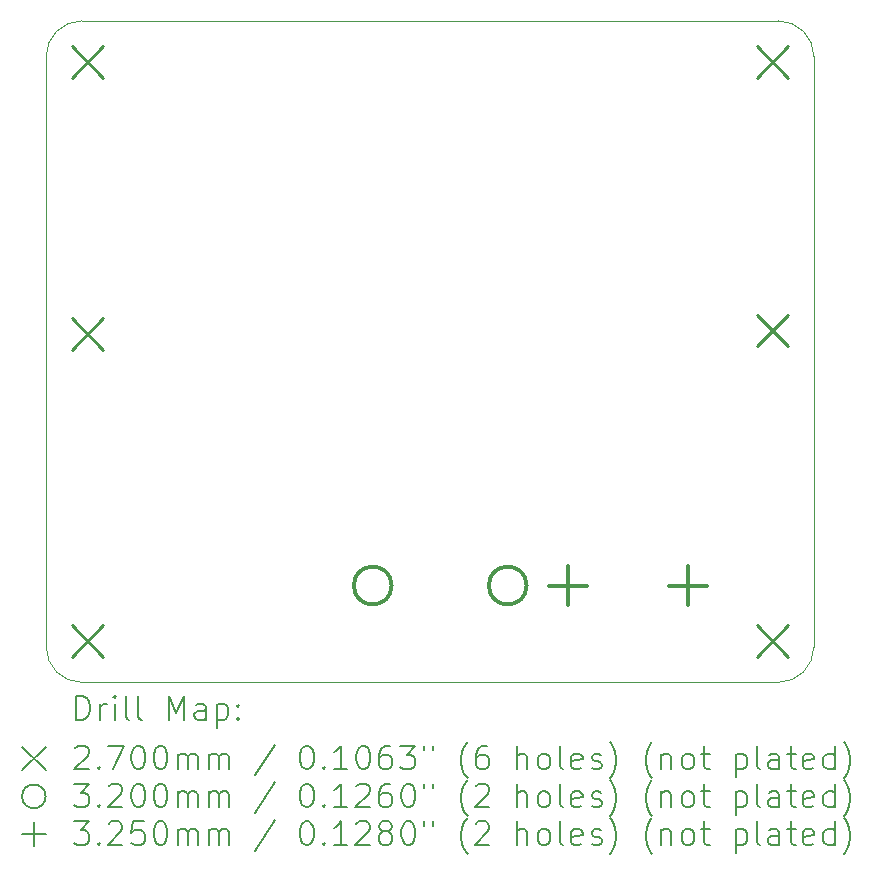
<source format=gbr>
%TF.GenerationSoftware,KiCad,Pcbnew,9.0.1*%
%TF.CreationDate,2025-06-21T16:03:46-05:00*%
%TF.ProjectId,rpi 1,72706920-312e-46b6-9963-61645f706362,rev?*%
%TF.SameCoordinates,Original*%
%TF.FileFunction,Drillmap*%
%TF.FilePolarity,Positive*%
%FSLAX45Y45*%
G04 Gerber Fmt 4.5, Leading zero omitted, Abs format (unit mm)*
G04 Created by KiCad (PCBNEW 9.0.1) date 2025-06-21 16:03:46*
%MOMM*%
%LPD*%
G01*
G04 APERTURE LIST*
%ADD10C,0.100000*%
%ADD11C,0.200000*%
%ADD12C,0.270000*%
%ADD13C,0.320000*%
%ADD14C,0.325000*%
G04 APERTURE END LIST*
D10*
X16200000Y-4400000D02*
G75*
G02*
X16500000Y-4700000I0J-300000D01*
G01*
X16500000Y-9700000D02*
X16500000Y-4700000D01*
X10300000Y-10000000D02*
G75*
G02*
X10000000Y-9700000I0J300000D01*
G01*
X10300000Y-10000000D02*
X16200000Y-10000000D01*
X16500000Y-9700000D02*
G75*
G02*
X16200000Y-10000000I-300000J0D01*
G01*
X10000000Y-4700000D02*
G75*
G02*
X10300000Y-4400000I300000J0D01*
G01*
X10000000Y-4700000D02*
X10000000Y-9700000D01*
X16200000Y-4400000D02*
X10300000Y-4400000D01*
D11*
D12*
X10215000Y-4615000D02*
X10485000Y-4885000D01*
X10485000Y-4615000D02*
X10215000Y-4885000D01*
X10215000Y-6917000D02*
X10485000Y-7187000D01*
X10485000Y-6917000D02*
X10215000Y-7187000D01*
X10215000Y-9515000D02*
X10485000Y-9785000D01*
X10485000Y-9515000D02*
X10215000Y-9785000D01*
X16015000Y-4615000D02*
X16285000Y-4885000D01*
X16285000Y-4615000D02*
X16015000Y-4885000D01*
X16015000Y-6886000D02*
X16285000Y-7156000D01*
X16285000Y-6886000D02*
X16015000Y-7156000D01*
X16015000Y-9515000D02*
X16285000Y-9785000D01*
X16285000Y-9515000D02*
X16015000Y-9785000D01*
D13*
X12924750Y-9180000D02*
G75*
G02*
X12604750Y-9180000I-160000J0D01*
G01*
X12604750Y-9180000D02*
G75*
G02*
X12924750Y-9180000I160000J0D01*
G01*
X14067750Y-9180000D02*
G75*
G02*
X13747750Y-9180000I-160000J0D01*
G01*
X13747750Y-9180000D02*
G75*
G02*
X14067750Y-9180000I160000J0D01*
G01*
D14*
X14420000Y-9017500D02*
X14420000Y-9342500D01*
X14257500Y-9180000D02*
X14582500Y-9180000D01*
X15436000Y-9017500D02*
X15436000Y-9342500D01*
X15273500Y-9180000D02*
X15598500Y-9180000D01*
D11*
X10255777Y-10316484D02*
X10255777Y-10116484D01*
X10255777Y-10116484D02*
X10303396Y-10116484D01*
X10303396Y-10116484D02*
X10331967Y-10126008D01*
X10331967Y-10126008D02*
X10351015Y-10145055D01*
X10351015Y-10145055D02*
X10360539Y-10164103D01*
X10360539Y-10164103D02*
X10370063Y-10202198D01*
X10370063Y-10202198D02*
X10370063Y-10230770D01*
X10370063Y-10230770D02*
X10360539Y-10268865D01*
X10360539Y-10268865D02*
X10351015Y-10287912D01*
X10351015Y-10287912D02*
X10331967Y-10306960D01*
X10331967Y-10306960D02*
X10303396Y-10316484D01*
X10303396Y-10316484D02*
X10255777Y-10316484D01*
X10455777Y-10316484D02*
X10455777Y-10183150D01*
X10455777Y-10221246D02*
X10465301Y-10202198D01*
X10465301Y-10202198D02*
X10474824Y-10192674D01*
X10474824Y-10192674D02*
X10493872Y-10183150D01*
X10493872Y-10183150D02*
X10512920Y-10183150D01*
X10579586Y-10316484D02*
X10579586Y-10183150D01*
X10579586Y-10116484D02*
X10570063Y-10126008D01*
X10570063Y-10126008D02*
X10579586Y-10135531D01*
X10579586Y-10135531D02*
X10589110Y-10126008D01*
X10589110Y-10126008D02*
X10579586Y-10116484D01*
X10579586Y-10116484D02*
X10579586Y-10135531D01*
X10703396Y-10316484D02*
X10684348Y-10306960D01*
X10684348Y-10306960D02*
X10674824Y-10287912D01*
X10674824Y-10287912D02*
X10674824Y-10116484D01*
X10808158Y-10316484D02*
X10789110Y-10306960D01*
X10789110Y-10306960D02*
X10779586Y-10287912D01*
X10779586Y-10287912D02*
X10779586Y-10116484D01*
X11036729Y-10316484D02*
X11036729Y-10116484D01*
X11036729Y-10116484D02*
X11103396Y-10259341D01*
X11103396Y-10259341D02*
X11170063Y-10116484D01*
X11170063Y-10116484D02*
X11170063Y-10316484D01*
X11351015Y-10316484D02*
X11351015Y-10211722D01*
X11351015Y-10211722D02*
X11341491Y-10192674D01*
X11341491Y-10192674D02*
X11322443Y-10183150D01*
X11322443Y-10183150D02*
X11284348Y-10183150D01*
X11284348Y-10183150D02*
X11265301Y-10192674D01*
X11351015Y-10306960D02*
X11331967Y-10316484D01*
X11331967Y-10316484D02*
X11284348Y-10316484D01*
X11284348Y-10316484D02*
X11265301Y-10306960D01*
X11265301Y-10306960D02*
X11255777Y-10287912D01*
X11255777Y-10287912D02*
X11255777Y-10268865D01*
X11255777Y-10268865D02*
X11265301Y-10249817D01*
X11265301Y-10249817D02*
X11284348Y-10240293D01*
X11284348Y-10240293D02*
X11331967Y-10240293D01*
X11331967Y-10240293D02*
X11351015Y-10230770D01*
X11446253Y-10183150D02*
X11446253Y-10383150D01*
X11446253Y-10192674D02*
X11465301Y-10183150D01*
X11465301Y-10183150D02*
X11503396Y-10183150D01*
X11503396Y-10183150D02*
X11522443Y-10192674D01*
X11522443Y-10192674D02*
X11531967Y-10202198D01*
X11531967Y-10202198D02*
X11541491Y-10221246D01*
X11541491Y-10221246D02*
X11541491Y-10278389D01*
X11541491Y-10278389D02*
X11531967Y-10297436D01*
X11531967Y-10297436D02*
X11522443Y-10306960D01*
X11522443Y-10306960D02*
X11503396Y-10316484D01*
X11503396Y-10316484D02*
X11465301Y-10316484D01*
X11465301Y-10316484D02*
X11446253Y-10306960D01*
X11627205Y-10297436D02*
X11636729Y-10306960D01*
X11636729Y-10306960D02*
X11627205Y-10316484D01*
X11627205Y-10316484D02*
X11617682Y-10306960D01*
X11617682Y-10306960D02*
X11627205Y-10297436D01*
X11627205Y-10297436D02*
X11627205Y-10316484D01*
X11627205Y-10192674D02*
X11636729Y-10202198D01*
X11636729Y-10202198D02*
X11627205Y-10211722D01*
X11627205Y-10211722D02*
X11617682Y-10202198D01*
X11617682Y-10202198D02*
X11627205Y-10192674D01*
X11627205Y-10192674D02*
X11627205Y-10211722D01*
X9795000Y-10545000D02*
X9995000Y-10745000D01*
X9995000Y-10545000D02*
X9795000Y-10745000D01*
X10246253Y-10555531D02*
X10255777Y-10546008D01*
X10255777Y-10546008D02*
X10274824Y-10536484D01*
X10274824Y-10536484D02*
X10322444Y-10536484D01*
X10322444Y-10536484D02*
X10341491Y-10546008D01*
X10341491Y-10546008D02*
X10351015Y-10555531D01*
X10351015Y-10555531D02*
X10360539Y-10574579D01*
X10360539Y-10574579D02*
X10360539Y-10593627D01*
X10360539Y-10593627D02*
X10351015Y-10622198D01*
X10351015Y-10622198D02*
X10236729Y-10736484D01*
X10236729Y-10736484D02*
X10360539Y-10736484D01*
X10446253Y-10717436D02*
X10455777Y-10726960D01*
X10455777Y-10726960D02*
X10446253Y-10736484D01*
X10446253Y-10736484D02*
X10436729Y-10726960D01*
X10436729Y-10726960D02*
X10446253Y-10717436D01*
X10446253Y-10717436D02*
X10446253Y-10736484D01*
X10522444Y-10536484D02*
X10655777Y-10536484D01*
X10655777Y-10536484D02*
X10570063Y-10736484D01*
X10770063Y-10536484D02*
X10789110Y-10536484D01*
X10789110Y-10536484D02*
X10808158Y-10546008D01*
X10808158Y-10546008D02*
X10817682Y-10555531D01*
X10817682Y-10555531D02*
X10827205Y-10574579D01*
X10827205Y-10574579D02*
X10836729Y-10612674D01*
X10836729Y-10612674D02*
X10836729Y-10660293D01*
X10836729Y-10660293D02*
X10827205Y-10698389D01*
X10827205Y-10698389D02*
X10817682Y-10717436D01*
X10817682Y-10717436D02*
X10808158Y-10726960D01*
X10808158Y-10726960D02*
X10789110Y-10736484D01*
X10789110Y-10736484D02*
X10770063Y-10736484D01*
X10770063Y-10736484D02*
X10751015Y-10726960D01*
X10751015Y-10726960D02*
X10741491Y-10717436D01*
X10741491Y-10717436D02*
X10731967Y-10698389D01*
X10731967Y-10698389D02*
X10722444Y-10660293D01*
X10722444Y-10660293D02*
X10722444Y-10612674D01*
X10722444Y-10612674D02*
X10731967Y-10574579D01*
X10731967Y-10574579D02*
X10741491Y-10555531D01*
X10741491Y-10555531D02*
X10751015Y-10546008D01*
X10751015Y-10546008D02*
X10770063Y-10536484D01*
X10960539Y-10536484D02*
X10979586Y-10536484D01*
X10979586Y-10536484D02*
X10998634Y-10546008D01*
X10998634Y-10546008D02*
X11008158Y-10555531D01*
X11008158Y-10555531D02*
X11017682Y-10574579D01*
X11017682Y-10574579D02*
X11027205Y-10612674D01*
X11027205Y-10612674D02*
X11027205Y-10660293D01*
X11027205Y-10660293D02*
X11017682Y-10698389D01*
X11017682Y-10698389D02*
X11008158Y-10717436D01*
X11008158Y-10717436D02*
X10998634Y-10726960D01*
X10998634Y-10726960D02*
X10979586Y-10736484D01*
X10979586Y-10736484D02*
X10960539Y-10736484D01*
X10960539Y-10736484D02*
X10941491Y-10726960D01*
X10941491Y-10726960D02*
X10931967Y-10717436D01*
X10931967Y-10717436D02*
X10922444Y-10698389D01*
X10922444Y-10698389D02*
X10912920Y-10660293D01*
X10912920Y-10660293D02*
X10912920Y-10612674D01*
X10912920Y-10612674D02*
X10922444Y-10574579D01*
X10922444Y-10574579D02*
X10931967Y-10555531D01*
X10931967Y-10555531D02*
X10941491Y-10546008D01*
X10941491Y-10546008D02*
X10960539Y-10536484D01*
X11112920Y-10736484D02*
X11112920Y-10603150D01*
X11112920Y-10622198D02*
X11122444Y-10612674D01*
X11122444Y-10612674D02*
X11141491Y-10603150D01*
X11141491Y-10603150D02*
X11170063Y-10603150D01*
X11170063Y-10603150D02*
X11189110Y-10612674D01*
X11189110Y-10612674D02*
X11198634Y-10631722D01*
X11198634Y-10631722D02*
X11198634Y-10736484D01*
X11198634Y-10631722D02*
X11208158Y-10612674D01*
X11208158Y-10612674D02*
X11227205Y-10603150D01*
X11227205Y-10603150D02*
X11255777Y-10603150D01*
X11255777Y-10603150D02*
X11274824Y-10612674D01*
X11274824Y-10612674D02*
X11284348Y-10631722D01*
X11284348Y-10631722D02*
X11284348Y-10736484D01*
X11379586Y-10736484D02*
X11379586Y-10603150D01*
X11379586Y-10622198D02*
X11389110Y-10612674D01*
X11389110Y-10612674D02*
X11408158Y-10603150D01*
X11408158Y-10603150D02*
X11436729Y-10603150D01*
X11436729Y-10603150D02*
X11455777Y-10612674D01*
X11455777Y-10612674D02*
X11465301Y-10631722D01*
X11465301Y-10631722D02*
X11465301Y-10736484D01*
X11465301Y-10631722D02*
X11474824Y-10612674D01*
X11474824Y-10612674D02*
X11493872Y-10603150D01*
X11493872Y-10603150D02*
X11522443Y-10603150D01*
X11522443Y-10603150D02*
X11541491Y-10612674D01*
X11541491Y-10612674D02*
X11551015Y-10631722D01*
X11551015Y-10631722D02*
X11551015Y-10736484D01*
X11941491Y-10526960D02*
X11770063Y-10784103D01*
X12198634Y-10536484D02*
X12217682Y-10536484D01*
X12217682Y-10536484D02*
X12236729Y-10546008D01*
X12236729Y-10546008D02*
X12246253Y-10555531D01*
X12246253Y-10555531D02*
X12255777Y-10574579D01*
X12255777Y-10574579D02*
X12265301Y-10612674D01*
X12265301Y-10612674D02*
X12265301Y-10660293D01*
X12265301Y-10660293D02*
X12255777Y-10698389D01*
X12255777Y-10698389D02*
X12246253Y-10717436D01*
X12246253Y-10717436D02*
X12236729Y-10726960D01*
X12236729Y-10726960D02*
X12217682Y-10736484D01*
X12217682Y-10736484D02*
X12198634Y-10736484D01*
X12198634Y-10736484D02*
X12179586Y-10726960D01*
X12179586Y-10726960D02*
X12170063Y-10717436D01*
X12170063Y-10717436D02*
X12160539Y-10698389D01*
X12160539Y-10698389D02*
X12151015Y-10660293D01*
X12151015Y-10660293D02*
X12151015Y-10612674D01*
X12151015Y-10612674D02*
X12160539Y-10574579D01*
X12160539Y-10574579D02*
X12170063Y-10555531D01*
X12170063Y-10555531D02*
X12179586Y-10546008D01*
X12179586Y-10546008D02*
X12198634Y-10536484D01*
X12351015Y-10717436D02*
X12360539Y-10726960D01*
X12360539Y-10726960D02*
X12351015Y-10736484D01*
X12351015Y-10736484D02*
X12341491Y-10726960D01*
X12341491Y-10726960D02*
X12351015Y-10717436D01*
X12351015Y-10717436D02*
X12351015Y-10736484D01*
X12551015Y-10736484D02*
X12436729Y-10736484D01*
X12493872Y-10736484D02*
X12493872Y-10536484D01*
X12493872Y-10536484D02*
X12474825Y-10565055D01*
X12474825Y-10565055D02*
X12455777Y-10584103D01*
X12455777Y-10584103D02*
X12436729Y-10593627D01*
X12674825Y-10536484D02*
X12693872Y-10536484D01*
X12693872Y-10536484D02*
X12712920Y-10546008D01*
X12712920Y-10546008D02*
X12722444Y-10555531D01*
X12722444Y-10555531D02*
X12731967Y-10574579D01*
X12731967Y-10574579D02*
X12741491Y-10612674D01*
X12741491Y-10612674D02*
X12741491Y-10660293D01*
X12741491Y-10660293D02*
X12731967Y-10698389D01*
X12731967Y-10698389D02*
X12722444Y-10717436D01*
X12722444Y-10717436D02*
X12712920Y-10726960D01*
X12712920Y-10726960D02*
X12693872Y-10736484D01*
X12693872Y-10736484D02*
X12674825Y-10736484D01*
X12674825Y-10736484D02*
X12655777Y-10726960D01*
X12655777Y-10726960D02*
X12646253Y-10717436D01*
X12646253Y-10717436D02*
X12636729Y-10698389D01*
X12636729Y-10698389D02*
X12627206Y-10660293D01*
X12627206Y-10660293D02*
X12627206Y-10612674D01*
X12627206Y-10612674D02*
X12636729Y-10574579D01*
X12636729Y-10574579D02*
X12646253Y-10555531D01*
X12646253Y-10555531D02*
X12655777Y-10546008D01*
X12655777Y-10546008D02*
X12674825Y-10536484D01*
X12912920Y-10536484D02*
X12874825Y-10536484D01*
X12874825Y-10536484D02*
X12855777Y-10546008D01*
X12855777Y-10546008D02*
X12846253Y-10555531D01*
X12846253Y-10555531D02*
X12827206Y-10584103D01*
X12827206Y-10584103D02*
X12817682Y-10622198D01*
X12817682Y-10622198D02*
X12817682Y-10698389D01*
X12817682Y-10698389D02*
X12827206Y-10717436D01*
X12827206Y-10717436D02*
X12836729Y-10726960D01*
X12836729Y-10726960D02*
X12855777Y-10736484D01*
X12855777Y-10736484D02*
X12893872Y-10736484D01*
X12893872Y-10736484D02*
X12912920Y-10726960D01*
X12912920Y-10726960D02*
X12922444Y-10717436D01*
X12922444Y-10717436D02*
X12931967Y-10698389D01*
X12931967Y-10698389D02*
X12931967Y-10650770D01*
X12931967Y-10650770D02*
X12922444Y-10631722D01*
X12922444Y-10631722D02*
X12912920Y-10622198D01*
X12912920Y-10622198D02*
X12893872Y-10612674D01*
X12893872Y-10612674D02*
X12855777Y-10612674D01*
X12855777Y-10612674D02*
X12836729Y-10622198D01*
X12836729Y-10622198D02*
X12827206Y-10631722D01*
X12827206Y-10631722D02*
X12817682Y-10650770D01*
X12998634Y-10536484D02*
X13122444Y-10536484D01*
X13122444Y-10536484D02*
X13055777Y-10612674D01*
X13055777Y-10612674D02*
X13084348Y-10612674D01*
X13084348Y-10612674D02*
X13103396Y-10622198D01*
X13103396Y-10622198D02*
X13112920Y-10631722D01*
X13112920Y-10631722D02*
X13122444Y-10650770D01*
X13122444Y-10650770D02*
X13122444Y-10698389D01*
X13122444Y-10698389D02*
X13112920Y-10717436D01*
X13112920Y-10717436D02*
X13103396Y-10726960D01*
X13103396Y-10726960D02*
X13084348Y-10736484D01*
X13084348Y-10736484D02*
X13027206Y-10736484D01*
X13027206Y-10736484D02*
X13008158Y-10726960D01*
X13008158Y-10726960D02*
X12998634Y-10717436D01*
X13198634Y-10536484D02*
X13198634Y-10574579D01*
X13274825Y-10536484D02*
X13274825Y-10574579D01*
X13570063Y-10812674D02*
X13560539Y-10803150D01*
X13560539Y-10803150D02*
X13541491Y-10774579D01*
X13541491Y-10774579D02*
X13531968Y-10755531D01*
X13531968Y-10755531D02*
X13522444Y-10726960D01*
X13522444Y-10726960D02*
X13512920Y-10679341D01*
X13512920Y-10679341D02*
X13512920Y-10641246D01*
X13512920Y-10641246D02*
X13522444Y-10593627D01*
X13522444Y-10593627D02*
X13531968Y-10565055D01*
X13531968Y-10565055D02*
X13541491Y-10546008D01*
X13541491Y-10546008D02*
X13560539Y-10517436D01*
X13560539Y-10517436D02*
X13570063Y-10507912D01*
X13731968Y-10536484D02*
X13693872Y-10536484D01*
X13693872Y-10536484D02*
X13674825Y-10546008D01*
X13674825Y-10546008D02*
X13665301Y-10555531D01*
X13665301Y-10555531D02*
X13646253Y-10584103D01*
X13646253Y-10584103D02*
X13636729Y-10622198D01*
X13636729Y-10622198D02*
X13636729Y-10698389D01*
X13636729Y-10698389D02*
X13646253Y-10717436D01*
X13646253Y-10717436D02*
X13655777Y-10726960D01*
X13655777Y-10726960D02*
X13674825Y-10736484D01*
X13674825Y-10736484D02*
X13712920Y-10736484D01*
X13712920Y-10736484D02*
X13731968Y-10726960D01*
X13731968Y-10726960D02*
X13741491Y-10717436D01*
X13741491Y-10717436D02*
X13751015Y-10698389D01*
X13751015Y-10698389D02*
X13751015Y-10650770D01*
X13751015Y-10650770D02*
X13741491Y-10631722D01*
X13741491Y-10631722D02*
X13731968Y-10622198D01*
X13731968Y-10622198D02*
X13712920Y-10612674D01*
X13712920Y-10612674D02*
X13674825Y-10612674D01*
X13674825Y-10612674D02*
X13655777Y-10622198D01*
X13655777Y-10622198D02*
X13646253Y-10631722D01*
X13646253Y-10631722D02*
X13636729Y-10650770D01*
X13989110Y-10736484D02*
X13989110Y-10536484D01*
X14074825Y-10736484D02*
X14074825Y-10631722D01*
X14074825Y-10631722D02*
X14065301Y-10612674D01*
X14065301Y-10612674D02*
X14046253Y-10603150D01*
X14046253Y-10603150D02*
X14017682Y-10603150D01*
X14017682Y-10603150D02*
X13998634Y-10612674D01*
X13998634Y-10612674D02*
X13989110Y-10622198D01*
X14198634Y-10736484D02*
X14179587Y-10726960D01*
X14179587Y-10726960D02*
X14170063Y-10717436D01*
X14170063Y-10717436D02*
X14160539Y-10698389D01*
X14160539Y-10698389D02*
X14160539Y-10641246D01*
X14160539Y-10641246D02*
X14170063Y-10622198D01*
X14170063Y-10622198D02*
X14179587Y-10612674D01*
X14179587Y-10612674D02*
X14198634Y-10603150D01*
X14198634Y-10603150D02*
X14227206Y-10603150D01*
X14227206Y-10603150D02*
X14246253Y-10612674D01*
X14246253Y-10612674D02*
X14255777Y-10622198D01*
X14255777Y-10622198D02*
X14265301Y-10641246D01*
X14265301Y-10641246D02*
X14265301Y-10698389D01*
X14265301Y-10698389D02*
X14255777Y-10717436D01*
X14255777Y-10717436D02*
X14246253Y-10726960D01*
X14246253Y-10726960D02*
X14227206Y-10736484D01*
X14227206Y-10736484D02*
X14198634Y-10736484D01*
X14379587Y-10736484D02*
X14360539Y-10726960D01*
X14360539Y-10726960D02*
X14351015Y-10707912D01*
X14351015Y-10707912D02*
X14351015Y-10536484D01*
X14531968Y-10726960D02*
X14512920Y-10736484D01*
X14512920Y-10736484D02*
X14474825Y-10736484D01*
X14474825Y-10736484D02*
X14455777Y-10726960D01*
X14455777Y-10726960D02*
X14446253Y-10707912D01*
X14446253Y-10707912D02*
X14446253Y-10631722D01*
X14446253Y-10631722D02*
X14455777Y-10612674D01*
X14455777Y-10612674D02*
X14474825Y-10603150D01*
X14474825Y-10603150D02*
X14512920Y-10603150D01*
X14512920Y-10603150D02*
X14531968Y-10612674D01*
X14531968Y-10612674D02*
X14541491Y-10631722D01*
X14541491Y-10631722D02*
X14541491Y-10650770D01*
X14541491Y-10650770D02*
X14446253Y-10669817D01*
X14617682Y-10726960D02*
X14636730Y-10736484D01*
X14636730Y-10736484D02*
X14674825Y-10736484D01*
X14674825Y-10736484D02*
X14693872Y-10726960D01*
X14693872Y-10726960D02*
X14703396Y-10707912D01*
X14703396Y-10707912D02*
X14703396Y-10698389D01*
X14703396Y-10698389D02*
X14693872Y-10679341D01*
X14693872Y-10679341D02*
X14674825Y-10669817D01*
X14674825Y-10669817D02*
X14646253Y-10669817D01*
X14646253Y-10669817D02*
X14627206Y-10660293D01*
X14627206Y-10660293D02*
X14617682Y-10641246D01*
X14617682Y-10641246D02*
X14617682Y-10631722D01*
X14617682Y-10631722D02*
X14627206Y-10612674D01*
X14627206Y-10612674D02*
X14646253Y-10603150D01*
X14646253Y-10603150D02*
X14674825Y-10603150D01*
X14674825Y-10603150D02*
X14693872Y-10612674D01*
X14770063Y-10812674D02*
X14779587Y-10803150D01*
X14779587Y-10803150D02*
X14798634Y-10774579D01*
X14798634Y-10774579D02*
X14808158Y-10755531D01*
X14808158Y-10755531D02*
X14817682Y-10726960D01*
X14817682Y-10726960D02*
X14827206Y-10679341D01*
X14827206Y-10679341D02*
X14827206Y-10641246D01*
X14827206Y-10641246D02*
X14817682Y-10593627D01*
X14817682Y-10593627D02*
X14808158Y-10565055D01*
X14808158Y-10565055D02*
X14798634Y-10546008D01*
X14798634Y-10546008D02*
X14779587Y-10517436D01*
X14779587Y-10517436D02*
X14770063Y-10507912D01*
X15131968Y-10812674D02*
X15122444Y-10803150D01*
X15122444Y-10803150D02*
X15103396Y-10774579D01*
X15103396Y-10774579D02*
X15093872Y-10755531D01*
X15093872Y-10755531D02*
X15084349Y-10726960D01*
X15084349Y-10726960D02*
X15074825Y-10679341D01*
X15074825Y-10679341D02*
X15074825Y-10641246D01*
X15074825Y-10641246D02*
X15084349Y-10593627D01*
X15084349Y-10593627D02*
X15093872Y-10565055D01*
X15093872Y-10565055D02*
X15103396Y-10546008D01*
X15103396Y-10546008D02*
X15122444Y-10517436D01*
X15122444Y-10517436D02*
X15131968Y-10507912D01*
X15208158Y-10603150D02*
X15208158Y-10736484D01*
X15208158Y-10622198D02*
X15217682Y-10612674D01*
X15217682Y-10612674D02*
X15236730Y-10603150D01*
X15236730Y-10603150D02*
X15265301Y-10603150D01*
X15265301Y-10603150D02*
X15284349Y-10612674D01*
X15284349Y-10612674D02*
X15293872Y-10631722D01*
X15293872Y-10631722D02*
X15293872Y-10736484D01*
X15417682Y-10736484D02*
X15398634Y-10726960D01*
X15398634Y-10726960D02*
X15389111Y-10717436D01*
X15389111Y-10717436D02*
X15379587Y-10698389D01*
X15379587Y-10698389D02*
X15379587Y-10641246D01*
X15379587Y-10641246D02*
X15389111Y-10622198D01*
X15389111Y-10622198D02*
X15398634Y-10612674D01*
X15398634Y-10612674D02*
X15417682Y-10603150D01*
X15417682Y-10603150D02*
X15446253Y-10603150D01*
X15446253Y-10603150D02*
X15465301Y-10612674D01*
X15465301Y-10612674D02*
X15474825Y-10622198D01*
X15474825Y-10622198D02*
X15484349Y-10641246D01*
X15484349Y-10641246D02*
X15484349Y-10698389D01*
X15484349Y-10698389D02*
X15474825Y-10717436D01*
X15474825Y-10717436D02*
X15465301Y-10726960D01*
X15465301Y-10726960D02*
X15446253Y-10736484D01*
X15446253Y-10736484D02*
X15417682Y-10736484D01*
X15541492Y-10603150D02*
X15617682Y-10603150D01*
X15570063Y-10536484D02*
X15570063Y-10707912D01*
X15570063Y-10707912D02*
X15579587Y-10726960D01*
X15579587Y-10726960D02*
X15598634Y-10736484D01*
X15598634Y-10736484D02*
X15617682Y-10736484D01*
X15836730Y-10603150D02*
X15836730Y-10803150D01*
X15836730Y-10612674D02*
X15855777Y-10603150D01*
X15855777Y-10603150D02*
X15893873Y-10603150D01*
X15893873Y-10603150D02*
X15912920Y-10612674D01*
X15912920Y-10612674D02*
X15922444Y-10622198D01*
X15922444Y-10622198D02*
X15931968Y-10641246D01*
X15931968Y-10641246D02*
X15931968Y-10698389D01*
X15931968Y-10698389D02*
X15922444Y-10717436D01*
X15922444Y-10717436D02*
X15912920Y-10726960D01*
X15912920Y-10726960D02*
X15893873Y-10736484D01*
X15893873Y-10736484D02*
X15855777Y-10736484D01*
X15855777Y-10736484D02*
X15836730Y-10726960D01*
X16046253Y-10736484D02*
X16027206Y-10726960D01*
X16027206Y-10726960D02*
X16017682Y-10707912D01*
X16017682Y-10707912D02*
X16017682Y-10536484D01*
X16208158Y-10736484D02*
X16208158Y-10631722D01*
X16208158Y-10631722D02*
X16198634Y-10612674D01*
X16198634Y-10612674D02*
X16179587Y-10603150D01*
X16179587Y-10603150D02*
X16141492Y-10603150D01*
X16141492Y-10603150D02*
X16122444Y-10612674D01*
X16208158Y-10726960D02*
X16189111Y-10736484D01*
X16189111Y-10736484D02*
X16141492Y-10736484D01*
X16141492Y-10736484D02*
X16122444Y-10726960D01*
X16122444Y-10726960D02*
X16112920Y-10707912D01*
X16112920Y-10707912D02*
X16112920Y-10688865D01*
X16112920Y-10688865D02*
X16122444Y-10669817D01*
X16122444Y-10669817D02*
X16141492Y-10660293D01*
X16141492Y-10660293D02*
X16189111Y-10660293D01*
X16189111Y-10660293D02*
X16208158Y-10650770D01*
X16274825Y-10603150D02*
X16351015Y-10603150D01*
X16303396Y-10536484D02*
X16303396Y-10707912D01*
X16303396Y-10707912D02*
X16312920Y-10726960D01*
X16312920Y-10726960D02*
X16331968Y-10736484D01*
X16331968Y-10736484D02*
X16351015Y-10736484D01*
X16493873Y-10726960D02*
X16474825Y-10736484D01*
X16474825Y-10736484D02*
X16436730Y-10736484D01*
X16436730Y-10736484D02*
X16417682Y-10726960D01*
X16417682Y-10726960D02*
X16408158Y-10707912D01*
X16408158Y-10707912D02*
X16408158Y-10631722D01*
X16408158Y-10631722D02*
X16417682Y-10612674D01*
X16417682Y-10612674D02*
X16436730Y-10603150D01*
X16436730Y-10603150D02*
X16474825Y-10603150D01*
X16474825Y-10603150D02*
X16493873Y-10612674D01*
X16493873Y-10612674D02*
X16503396Y-10631722D01*
X16503396Y-10631722D02*
X16503396Y-10650770D01*
X16503396Y-10650770D02*
X16408158Y-10669817D01*
X16674825Y-10736484D02*
X16674825Y-10536484D01*
X16674825Y-10726960D02*
X16655777Y-10736484D01*
X16655777Y-10736484D02*
X16617682Y-10736484D01*
X16617682Y-10736484D02*
X16598634Y-10726960D01*
X16598634Y-10726960D02*
X16589111Y-10717436D01*
X16589111Y-10717436D02*
X16579587Y-10698389D01*
X16579587Y-10698389D02*
X16579587Y-10641246D01*
X16579587Y-10641246D02*
X16589111Y-10622198D01*
X16589111Y-10622198D02*
X16598634Y-10612674D01*
X16598634Y-10612674D02*
X16617682Y-10603150D01*
X16617682Y-10603150D02*
X16655777Y-10603150D01*
X16655777Y-10603150D02*
X16674825Y-10612674D01*
X16751015Y-10812674D02*
X16760539Y-10803150D01*
X16760539Y-10803150D02*
X16779587Y-10774579D01*
X16779587Y-10774579D02*
X16789111Y-10755531D01*
X16789111Y-10755531D02*
X16798635Y-10726960D01*
X16798635Y-10726960D02*
X16808158Y-10679341D01*
X16808158Y-10679341D02*
X16808158Y-10641246D01*
X16808158Y-10641246D02*
X16798635Y-10593627D01*
X16798635Y-10593627D02*
X16789111Y-10565055D01*
X16789111Y-10565055D02*
X16779587Y-10546008D01*
X16779587Y-10546008D02*
X16760539Y-10517436D01*
X16760539Y-10517436D02*
X16751015Y-10507912D01*
X9995000Y-10965000D02*
G75*
G02*
X9795000Y-10965000I-100000J0D01*
G01*
X9795000Y-10965000D02*
G75*
G02*
X9995000Y-10965000I100000J0D01*
G01*
X10236729Y-10856484D02*
X10360539Y-10856484D01*
X10360539Y-10856484D02*
X10293872Y-10932674D01*
X10293872Y-10932674D02*
X10322444Y-10932674D01*
X10322444Y-10932674D02*
X10341491Y-10942198D01*
X10341491Y-10942198D02*
X10351015Y-10951722D01*
X10351015Y-10951722D02*
X10360539Y-10970770D01*
X10360539Y-10970770D02*
X10360539Y-11018389D01*
X10360539Y-11018389D02*
X10351015Y-11037436D01*
X10351015Y-11037436D02*
X10341491Y-11046960D01*
X10341491Y-11046960D02*
X10322444Y-11056484D01*
X10322444Y-11056484D02*
X10265301Y-11056484D01*
X10265301Y-11056484D02*
X10246253Y-11046960D01*
X10246253Y-11046960D02*
X10236729Y-11037436D01*
X10446253Y-11037436D02*
X10455777Y-11046960D01*
X10455777Y-11046960D02*
X10446253Y-11056484D01*
X10446253Y-11056484D02*
X10436729Y-11046960D01*
X10436729Y-11046960D02*
X10446253Y-11037436D01*
X10446253Y-11037436D02*
X10446253Y-11056484D01*
X10531967Y-10875531D02*
X10541491Y-10866008D01*
X10541491Y-10866008D02*
X10560539Y-10856484D01*
X10560539Y-10856484D02*
X10608158Y-10856484D01*
X10608158Y-10856484D02*
X10627205Y-10866008D01*
X10627205Y-10866008D02*
X10636729Y-10875531D01*
X10636729Y-10875531D02*
X10646253Y-10894579D01*
X10646253Y-10894579D02*
X10646253Y-10913627D01*
X10646253Y-10913627D02*
X10636729Y-10942198D01*
X10636729Y-10942198D02*
X10522444Y-11056484D01*
X10522444Y-11056484D02*
X10646253Y-11056484D01*
X10770063Y-10856484D02*
X10789110Y-10856484D01*
X10789110Y-10856484D02*
X10808158Y-10866008D01*
X10808158Y-10866008D02*
X10817682Y-10875531D01*
X10817682Y-10875531D02*
X10827205Y-10894579D01*
X10827205Y-10894579D02*
X10836729Y-10932674D01*
X10836729Y-10932674D02*
X10836729Y-10980293D01*
X10836729Y-10980293D02*
X10827205Y-11018389D01*
X10827205Y-11018389D02*
X10817682Y-11037436D01*
X10817682Y-11037436D02*
X10808158Y-11046960D01*
X10808158Y-11046960D02*
X10789110Y-11056484D01*
X10789110Y-11056484D02*
X10770063Y-11056484D01*
X10770063Y-11056484D02*
X10751015Y-11046960D01*
X10751015Y-11046960D02*
X10741491Y-11037436D01*
X10741491Y-11037436D02*
X10731967Y-11018389D01*
X10731967Y-11018389D02*
X10722444Y-10980293D01*
X10722444Y-10980293D02*
X10722444Y-10932674D01*
X10722444Y-10932674D02*
X10731967Y-10894579D01*
X10731967Y-10894579D02*
X10741491Y-10875531D01*
X10741491Y-10875531D02*
X10751015Y-10866008D01*
X10751015Y-10866008D02*
X10770063Y-10856484D01*
X10960539Y-10856484D02*
X10979586Y-10856484D01*
X10979586Y-10856484D02*
X10998634Y-10866008D01*
X10998634Y-10866008D02*
X11008158Y-10875531D01*
X11008158Y-10875531D02*
X11017682Y-10894579D01*
X11017682Y-10894579D02*
X11027205Y-10932674D01*
X11027205Y-10932674D02*
X11027205Y-10980293D01*
X11027205Y-10980293D02*
X11017682Y-11018389D01*
X11017682Y-11018389D02*
X11008158Y-11037436D01*
X11008158Y-11037436D02*
X10998634Y-11046960D01*
X10998634Y-11046960D02*
X10979586Y-11056484D01*
X10979586Y-11056484D02*
X10960539Y-11056484D01*
X10960539Y-11056484D02*
X10941491Y-11046960D01*
X10941491Y-11046960D02*
X10931967Y-11037436D01*
X10931967Y-11037436D02*
X10922444Y-11018389D01*
X10922444Y-11018389D02*
X10912920Y-10980293D01*
X10912920Y-10980293D02*
X10912920Y-10932674D01*
X10912920Y-10932674D02*
X10922444Y-10894579D01*
X10922444Y-10894579D02*
X10931967Y-10875531D01*
X10931967Y-10875531D02*
X10941491Y-10866008D01*
X10941491Y-10866008D02*
X10960539Y-10856484D01*
X11112920Y-11056484D02*
X11112920Y-10923150D01*
X11112920Y-10942198D02*
X11122444Y-10932674D01*
X11122444Y-10932674D02*
X11141491Y-10923150D01*
X11141491Y-10923150D02*
X11170063Y-10923150D01*
X11170063Y-10923150D02*
X11189110Y-10932674D01*
X11189110Y-10932674D02*
X11198634Y-10951722D01*
X11198634Y-10951722D02*
X11198634Y-11056484D01*
X11198634Y-10951722D02*
X11208158Y-10932674D01*
X11208158Y-10932674D02*
X11227205Y-10923150D01*
X11227205Y-10923150D02*
X11255777Y-10923150D01*
X11255777Y-10923150D02*
X11274824Y-10932674D01*
X11274824Y-10932674D02*
X11284348Y-10951722D01*
X11284348Y-10951722D02*
X11284348Y-11056484D01*
X11379586Y-11056484D02*
X11379586Y-10923150D01*
X11379586Y-10942198D02*
X11389110Y-10932674D01*
X11389110Y-10932674D02*
X11408158Y-10923150D01*
X11408158Y-10923150D02*
X11436729Y-10923150D01*
X11436729Y-10923150D02*
X11455777Y-10932674D01*
X11455777Y-10932674D02*
X11465301Y-10951722D01*
X11465301Y-10951722D02*
X11465301Y-11056484D01*
X11465301Y-10951722D02*
X11474824Y-10932674D01*
X11474824Y-10932674D02*
X11493872Y-10923150D01*
X11493872Y-10923150D02*
X11522443Y-10923150D01*
X11522443Y-10923150D02*
X11541491Y-10932674D01*
X11541491Y-10932674D02*
X11551015Y-10951722D01*
X11551015Y-10951722D02*
X11551015Y-11056484D01*
X11941491Y-10846960D02*
X11770063Y-11104103D01*
X12198634Y-10856484D02*
X12217682Y-10856484D01*
X12217682Y-10856484D02*
X12236729Y-10866008D01*
X12236729Y-10866008D02*
X12246253Y-10875531D01*
X12246253Y-10875531D02*
X12255777Y-10894579D01*
X12255777Y-10894579D02*
X12265301Y-10932674D01*
X12265301Y-10932674D02*
X12265301Y-10980293D01*
X12265301Y-10980293D02*
X12255777Y-11018389D01*
X12255777Y-11018389D02*
X12246253Y-11037436D01*
X12246253Y-11037436D02*
X12236729Y-11046960D01*
X12236729Y-11046960D02*
X12217682Y-11056484D01*
X12217682Y-11056484D02*
X12198634Y-11056484D01*
X12198634Y-11056484D02*
X12179586Y-11046960D01*
X12179586Y-11046960D02*
X12170063Y-11037436D01*
X12170063Y-11037436D02*
X12160539Y-11018389D01*
X12160539Y-11018389D02*
X12151015Y-10980293D01*
X12151015Y-10980293D02*
X12151015Y-10932674D01*
X12151015Y-10932674D02*
X12160539Y-10894579D01*
X12160539Y-10894579D02*
X12170063Y-10875531D01*
X12170063Y-10875531D02*
X12179586Y-10866008D01*
X12179586Y-10866008D02*
X12198634Y-10856484D01*
X12351015Y-11037436D02*
X12360539Y-11046960D01*
X12360539Y-11046960D02*
X12351015Y-11056484D01*
X12351015Y-11056484D02*
X12341491Y-11046960D01*
X12341491Y-11046960D02*
X12351015Y-11037436D01*
X12351015Y-11037436D02*
X12351015Y-11056484D01*
X12551015Y-11056484D02*
X12436729Y-11056484D01*
X12493872Y-11056484D02*
X12493872Y-10856484D01*
X12493872Y-10856484D02*
X12474825Y-10885055D01*
X12474825Y-10885055D02*
X12455777Y-10904103D01*
X12455777Y-10904103D02*
X12436729Y-10913627D01*
X12627206Y-10875531D02*
X12636729Y-10866008D01*
X12636729Y-10866008D02*
X12655777Y-10856484D01*
X12655777Y-10856484D02*
X12703396Y-10856484D01*
X12703396Y-10856484D02*
X12722444Y-10866008D01*
X12722444Y-10866008D02*
X12731967Y-10875531D01*
X12731967Y-10875531D02*
X12741491Y-10894579D01*
X12741491Y-10894579D02*
X12741491Y-10913627D01*
X12741491Y-10913627D02*
X12731967Y-10942198D01*
X12731967Y-10942198D02*
X12617682Y-11056484D01*
X12617682Y-11056484D02*
X12741491Y-11056484D01*
X12912920Y-10856484D02*
X12874825Y-10856484D01*
X12874825Y-10856484D02*
X12855777Y-10866008D01*
X12855777Y-10866008D02*
X12846253Y-10875531D01*
X12846253Y-10875531D02*
X12827206Y-10904103D01*
X12827206Y-10904103D02*
X12817682Y-10942198D01*
X12817682Y-10942198D02*
X12817682Y-11018389D01*
X12817682Y-11018389D02*
X12827206Y-11037436D01*
X12827206Y-11037436D02*
X12836729Y-11046960D01*
X12836729Y-11046960D02*
X12855777Y-11056484D01*
X12855777Y-11056484D02*
X12893872Y-11056484D01*
X12893872Y-11056484D02*
X12912920Y-11046960D01*
X12912920Y-11046960D02*
X12922444Y-11037436D01*
X12922444Y-11037436D02*
X12931967Y-11018389D01*
X12931967Y-11018389D02*
X12931967Y-10970770D01*
X12931967Y-10970770D02*
X12922444Y-10951722D01*
X12922444Y-10951722D02*
X12912920Y-10942198D01*
X12912920Y-10942198D02*
X12893872Y-10932674D01*
X12893872Y-10932674D02*
X12855777Y-10932674D01*
X12855777Y-10932674D02*
X12836729Y-10942198D01*
X12836729Y-10942198D02*
X12827206Y-10951722D01*
X12827206Y-10951722D02*
X12817682Y-10970770D01*
X13055777Y-10856484D02*
X13074825Y-10856484D01*
X13074825Y-10856484D02*
X13093872Y-10866008D01*
X13093872Y-10866008D02*
X13103396Y-10875531D01*
X13103396Y-10875531D02*
X13112920Y-10894579D01*
X13112920Y-10894579D02*
X13122444Y-10932674D01*
X13122444Y-10932674D02*
X13122444Y-10980293D01*
X13122444Y-10980293D02*
X13112920Y-11018389D01*
X13112920Y-11018389D02*
X13103396Y-11037436D01*
X13103396Y-11037436D02*
X13093872Y-11046960D01*
X13093872Y-11046960D02*
X13074825Y-11056484D01*
X13074825Y-11056484D02*
X13055777Y-11056484D01*
X13055777Y-11056484D02*
X13036729Y-11046960D01*
X13036729Y-11046960D02*
X13027206Y-11037436D01*
X13027206Y-11037436D02*
X13017682Y-11018389D01*
X13017682Y-11018389D02*
X13008158Y-10980293D01*
X13008158Y-10980293D02*
X13008158Y-10932674D01*
X13008158Y-10932674D02*
X13017682Y-10894579D01*
X13017682Y-10894579D02*
X13027206Y-10875531D01*
X13027206Y-10875531D02*
X13036729Y-10866008D01*
X13036729Y-10866008D02*
X13055777Y-10856484D01*
X13198634Y-10856484D02*
X13198634Y-10894579D01*
X13274825Y-10856484D02*
X13274825Y-10894579D01*
X13570063Y-11132674D02*
X13560539Y-11123150D01*
X13560539Y-11123150D02*
X13541491Y-11094579D01*
X13541491Y-11094579D02*
X13531968Y-11075531D01*
X13531968Y-11075531D02*
X13522444Y-11046960D01*
X13522444Y-11046960D02*
X13512920Y-10999341D01*
X13512920Y-10999341D02*
X13512920Y-10961246D01*
X13512920Y-10961246D02*
X13522444Y-10913627D01*
X13522444Y-10913627D02*
X13531968Y-10885055D01*
X13531968Y-10885055D02*
X13541491Y-10866008D01*
X13541491Y-10866008D02*
X13560539Y-10837436D01*
X13560539Y-10837436D02*
X13570063Y-10827912D01*
X13636729Y-10875531D02*
X13646253Y-10866008D01*
X13646253Y-10866008D02*
X13665301Y-10856484D01*
X13665301Y-10856484D02*
X13712920Y-10856484D01*
X13712920Y-10856484D02*
X13731968Y-10866008D01*
X13731968Y-10866008D02*
X13741491Y-10875531D01*
X13741491Y-10875531D02*
X13751015Y-10894579D01*
X13751015Y-10894579D02*
X13751015Y-10913627D01*
X13751015Y-10913627D02*
X13741491Y-10942198D01*
X13741491Y-10942198D02*
X13627206Y-11056484D01*
X13627206Y-11056484D02*
X13751015Y-11056484D01*
X13989110Y-11056484D02*
X13989110Y-10856484D01*
X14074825Y-11056484D02*
X14074825Y-10951722D01*
X14074825Y-10951722D02*
X14065301Y-10932674D01*
X14065301Y-10932674D02*
X14046253Y-10923150D01*
X14046253Y-10923150D02*
X14017682Y-10923150D01*
X14017682Y-10923150D02*
X13998634Y-10932674D01*
X13998634Y-10932674D02*
X13989110Y-10942198D01*
X14198634Y-11056484D02*
X14179587Y-11046960D01*
X14179587Y-11046960D02*
X14170063Y-11037436D01*
X14170063Y-11037436D02*
X14160539Y-11018389D01*
X14160539Y-11018389D02*
X14160539Y-10961246D01*
X14160539Y-10961246D02*
X14170063Y-10942198D01*
X14170063Y-10942198D02*
X14179587Y-10932674D01*
X14179587Y-10932674D02*
X14198634Y-10923150D01*
X14198634Y-10923150D02*
X14227206Y-10923150D01*
X14227206Y-10923150D02*
X14246253Y-10932674D01*
X14246253Y-10932674D02*
X14255777Y-10942198D01*
X14255777Y-10942198D02*
X14265301Y-10961246D01*
X14265301Y-10961246D02*
X14265301Y-11018389D01*
X14265301Y-11018389D02*
X14255777Y-11037436D01*
X14255777Y-11037436D02*
X14246253Y-11046960D01*
X14246253Y-11046960D02*
X14227206Y-11056484D01*
X14227206Y-11056484D02*
X14198634Y-11056484D01*
X14379587Y-11056484D02*
X14360539Y-11046960D01*
X14360539Y-11046960D02*
X14351015Y-11027912D01*
X14351015Y-11027912D02*
X14351015Y-10856484D01*
X14531968Y-11046960D02*
X14512920Y-11056484D01*
X14512920Y-11056484D02*
X14474825Y-11056484D01*
X14474825Y-11056484D02*
X14455777Y-11046960D01*
X14455777Y-11046960D02*
X14446253Y-11027912D01*
X14446253Y-11027912D02*
X14446253Y-10951722D01*
X14446253Y-10951722D02*
X14455777Y-10932674D01*
X14455777Y-10932674D02*
X14474825Y-10923150D01*
X14474825Y-10923150D02*
X14512920Y-10923150D01*
X14512920Y-10923150D02*
X14531968Y-10932674D01*
X14531968Y-10932674D02*
X14541491Y-10951722D01*
X14541491Y-10951722D02*
X14541491Y-10970770D01*
X14541491Y-10970770D02*
X14446253Y-10989817D01*
X14617682Y-11046960D02*
X14636730Y-11056484D01*
X14636730Y-11056484D02*
X14674825Y-11056484D01*
X14674825Y-11056484D02*
X14693872Y-11046960D01*
X14693872Y-11046960D02*
X14703396Y-11027912D01*
X14703396Y-11027912D02*
X14703396Y-11018389D01*
X14703396Y-11018389D02*
X14693872Y-10999341D01*
X14693872Y-10999341D02*
X14674825Y-10989817D01*
X14674825Y-10989817D02*
X14646253Y-10989817D01*
X14646253Y-10989817D02*
X14627206Y-10980293D01*
X14627206Y-10980293D02*
X14617682Y-10961246D01*
X14617682Y-10961246D02*
X14617682Y-10951722D01*
X14617682Y-10951722D02*
X14627206Y-10932674D01*
X14627206Y-10932674D02*
X14646253Y-10923150D01*
X14646253Y-10923150D02*
X14674825Y-10923150D01*
X14674825Y-10923150D02*
X14693872Y-10932674D01*
X14770063Y-11132674D02*
X14779587Y-11123150D01*
X14779587Y-11123150D02*
X14798634Y-11094579D01*
X14798634Y-11094579D02*
X14808158Y-11075531D01*
X14808158Y-11075531D02*
X14817682Y-11046960D01*
X14817682Y-11046960D02*
X14827206Y-10999341D01*
X14827206Y-10999341D02*
X14827206Y-10961246D01*
X14827206Y-10961246D02*
X14817682Y-10913627D01*
X14817682Y-10913627D02*
X14808158Y-10885055D01*
X14808158Y-10885055D02*
X14798634Y-10866008D01*
X14798634Y-10866008D02*
X14779587Y-10837436D01*
X14779587Y-10837436D02*
X14770063Y-10827912D01*
X15131968Y-11132674D02*
X15122444Y-11123150D01*
X15122444Y-11123150D02*
X15103396Y-11094579D01*
X15103396Y-11094579D02*
X15093872Y-11075531D01*
X15093872Y-11075531D02*
X15084349Y-11046960D01*
X15084349Y-11046960D02*
X15074825Y-10999341D01*
X15074825Y-10999341D02*
X15074825Y-10961246D01*
X15074825Y-10961246D02*
X15084349Y-10913627D01*
X15084349Y-10913627D02*
X15093872Y-10885055D01*
X15093872Y-10885055D02*
X15103396Y-10866008D01*
X15103396Y-10866008D02*
X15122444Y-10837436D01*
X15122444Y-10837436D02*
X15131968Y-10827912D01*
X15208158Y-10923150D02*
X15208158Y-11056484D01*
X15208158Y-10942198D02*
X15217682Y-10932674D01*
X15217682Y-10932674D02*
X15236730Y-10923150D01*
X15236730Y-10923150D02*
X15265301Y-10923150D01*
X15265301Y-10923150D02*
X15284349Y-10932674D01*
X15284349Y-10932674D02*
X15293872Y-10951722D01*
X15293872Y-10951722D02*
X15293872Y-11056484D01*
X15417682Y-11056484D02*
X15398634Y-11046960D01*
X15398634Y-11046960D02*
X15389111Y-11037436D01*
X15389111Y-11037436D02*
X15379587Y-11018389D01*
X15379587Y-11018389D02*
X15379587Y-10961246D01*
X15379587Y-10961246D02*
X15389111Y-10942198D01*
X15389111Y-10942198D02*
X15398634Y-10932674D01*
X15398634Y-10932674D02*
X15417682Y-10923150D01*
X15417682Y-10923150D02*
X15446253Y-10923150D01*
X15446253Y-10923150D02*
X15465301Y-10932674D01*
X15465301Y-10932674D02*
X15474825Y-10942198D01*
X15474825Y-10942198D02*
X15484349Y-10961246D01*
X15484349Y-10961246D02*
X15484349Y-11018389D01*
X15484349Y-11018389D02*
X15474825Y-11037436D01*
X15474825Y-11037436D02*
X15465301Y-11046960D01*
X15465301Y-11046960D02*
X15446253Y-11056484D01*
X15446253Y-11056484D02*
X15417682Y-11056484D01*
X15541492Y-10923150D02*
X15617682Y-10923150D01*
X15570063Y-10856484D02*
X15570063Y-11027912D01*
X15570063Y-11027912D02*
X15579587Y-11046960D01*
X15579587Y-11046960D02*
X15598634Y-11056484D01*
X15598634Y-11056484D02*
X15617682Y-11056484D01*
X15836730Y-10923150D02*
X15836730Y-11123150D01*
X15836730Y-10932674D02*
X15855777Y-10923150D01*
X15855777Y-10923150D02*
X15893873Y-10923150D01*
X15893873Y-10923150D02*
X15912920Y-10932674D01*
X15912920Y-10932674D02*
X15922444Y-10942198D01*
X15922444Y-10942198D02*
X15931968Y-10961246D01*
X15931968Y-10961246D02*
X15931968Y-11018389D01*
X15931968Y-11018389D02*
X15922444Y-11037436D01*
X15922444Y-11037436D02*
X15912920Y-11046960D01*
X15912920Y-11046960D02*
X15893873Y-11056484D01*
X15893873Y-11056484D02*
X15855777Y-11056484D01*
X15855777Y-11056484D02*
X15836730Y-11046960D01*
X16046253Y-11056484D02*
X16027206Y-11046960D01*
X16027206Y-11046960D02*
X16017682Y-11027912D01*
X16017682Y-11027912D02*
X16017682Y-10856484D01*
X16208158Y-11056484D02*
X16208158Y-10951722D01*
X16208158Y-10951722D02*
X16198634Y-10932674D01*
X16198634Y-10932674D02*
X16179587Y-10923150D01*
X16179587Y-10923150D02*
X16141492Y-10923150D01*
X16141492Y-10923150D02*
X16122444Y-10932674D01*
X16208158Y-11046960D02*
X16189111Y-11056484D01*
X16189111Y-11056484D02*
X16141492Y-11056484D01*
X16141492Y-11056484D02*
X16122444Y-11046960D01*
X16122444Y-11046960D02*
X16112920Y-11027912D01*
X16112920Y-11027912D02*
X16112920Y-11008865D01*
X16112920Y-11008865D02*
X16122444Y-10989817D01*
X16122444Y-10989817D02*
X16141492Y-10980293D01*
X16141492Y-10980293D02*
X16189111Y-10980293D01*
X16189111Y-10980293D02*
X16208158Y-10970770D01*
X16274825Y-10923150D02*
X16351015Y-10923150D01*
X16303396Y-10856484D02*
X16303396Y-11027912D01*
X16303396Y-11027912D02*
X16312920Y-11046960D01*
X16312920Y-11046960D02*
X16331968Y-11056484D01*
X16331968Y-11056484D02*
X16351015Y-11056484D01*
X16493873Y-11046960D02*
X16474825Y-11056484D01*
X16474825Y-11056484D02*
X16436730Y-11056484D01*
X16436730Y-11056484D02*
X16417682Y-11046960D01*
X16417682Y-11046960D02*
X16408158Y-11027912D01*
X16408158Y-11027912D02*
X16408158Y-10951722D01*
X16408158Y-10951722D02*
X16417682Y-10932674D01*
X16417682Y-10932674D02*
X16436730Y-10923150D01*
X16436730Y-10923150D02*
X16474825Y-10923150D01*
X16474825Y-10923150D02*
X16493873Y-10932674D01*
X16493873Y-10932674D02*
X16503396Y-10951722D01*
X16503396Y-10951722D02*
X16503396Y-10970770D01*
X16503396Y-10970770D02*
X16408158Y-10989817D01*
X16674825Y-11056484D02*
X16674825Y-10856484D01*
X16674825Y-11046960D02*
X16655777Y-11056484D01*
X16655777Y-11056484D02*
X16617682Y-11056484D01*
X16617682Y-11056484D02*
X16598634Y-11046960D01*
X16598634Y-11046960D02*
X16589111Y-11037436D01*
X16589111Y-11037436D02*
X16579587Y-11018389D01*
X16579587Y-11018389D02*
X16579587Y-10961246D01*
X16579587Y-10961246D02*
X16589111Y-10942198D01*
X16589111Y-10942198D02*
X16598634Y-10932674D01*
X16598634Y-10932674D02*
X16617682Y-10923150D01*
X16617682Y-10923150D02*
X16655777Y-10923150D01*
X16655777Y-10923150D02*
X16674825Y-10932674D01*
X16751015Y-11132674D02*
X16760539Y-11123150D01*
X16760539Y-11123150D02*
X16779587Y-11094579D01*
X16779587Y-11094579D02*
X16789111Y-11075531D01*
X16789111Y-11075531D02*
X16798635Y-11046960D01*
X16798635Y-11046960D02*
X16808158Y-10999341D01*
X16808158Y-10999341D02*
X16808158Y-10961246D01*
X16808158Y-10961246D02*
X16798635Y-10913627D01*
X16798635Y-10913627D02*
X16789111Y-10885055D01*
X16789111Y-10885055D02*
X16779587Y-10866008D01*
X16779587Y-10866008D02*
X16760539Y-10837436D01*
X16760539Y-10837436D02*
X16751015Y-10827912D01*
X9895000Y-11185000D02*
X9895000Y-11385000D01*
X9795000Y-11285000D02*
X9995000Y-11285000D01*
X10236729Y-11176484D02*
X10360539Y-11176484D01*
X10360539Y-11176484D02*
X10293872Y-11252674D01*
X10293872Y-11252674D02*
X10322444Y-11252674D01*
X10322444Y-11252674D02*
X10341491Y-11262198D01*
X10341491Y-11262198D02*
X10351015Y-11271722D01*
X10351015Y-11271722D02*
X10360539Y-11290769D01*
X10360539Y-11290769D02*
X10360539Y-11338388D01*
X10360539Y-11338388D02*
X10351015Y-11357436D01*
X10351015Y-11357436D02*
X10341491Y-11366960D01*
X10341491Y-11366960D02*
X10322444Y-11376484D01*
X10322444Y-11376484D02*
X10265301Y-11376484D01*
X10265301Y-11376484D02*
X10246253Y-11366960D01*
X10246253Y-11366960D02*
X10236729Y-11357436D01*
X10446253Y-11357436D02*
X10455777Y-11366960D01*
X10455777Y-11366960D02*
X10446253Y-11376484D01*
X10446253Y-11376484D02*
X10436729Y-11366960D01*
X10436729Y-11366960D02*
X10446253Y-11357436D01*
X10446253Y-11357436D02*
X10446253Y-11376484D01*
X10531967Y-11195531D02*
X10541491Y-11186008D01*
X10541491Y-11186008D02*
X10560539Y-11176484D01*
X10560539Y-11176484D02*
X10608158Y-11176484D01*
X10608158Y-11176484D02*
X10627205Y-11186008D01*
X10627205Y-11186008D02*
X10636729Y-11195531D01*
X10636729Y-11195531D02*
X10646253Y-11214579D01*
X10646253Y-11214579D02*
X10646253Y-11233627D01*
X10646253Y-11233627D02*
X10636729Y-11262198D01*
X10636729Y-11262198D02*
X10522444Y-11376484D01*
X10522444Y-11376484D02*
X10646253Y-11376484D01*
X10827205Y-11176484D02*
X10731967Y-11176484D01*
X10731967Y-11176484D02*
X10722444Y-11271722D01*
X10722444Y-11271722D02*
X10731967Y-11262198D01*
X10731967Y-11262198D02*
X10751015Y-11252674D01*
X10751015Y-11252674D02*
X10798634Y-11252674D01*
X10798634Y-11252674D02*
X10817682Y-11262198D01*
X10817682Y-11262198D02*
X10827205Y-11271722D01*
X10827205Y-11271722D02*
X10836729Y-11290769D01*
X10836729Y-11290769D02*
X10836729Y-11338388D01*
X10836729Y-11338388D02*
X10827205Y-11357436D01*
X10827205Y-11357436D02*
X10817682Y-11366960D01*
X10817682Y-11366960D02*
X10798634Y-11376484D01*
X10798634Y-11376484D02*
X10751015Y-11376484D01*
X10751015Y-11376484D02*
X10731967Y-11366960D01*
X10731967Y-11366960D02*
X10722444Y-11357436D01*
X10960539Y-11176484D02*
X10979586Y-11176484D01*
X10979586Y-11176484D02*
X10998634Y-11186008D01*
X10998634Y-11186008D02*
X11008158Y-11195531D01*
X11008158Y-11195531D02*
X11017682Y-11214579D01*
X11017682Y-11214579D02*
X11027205Y-11252674D01*
X11027205Y-11252674D02*
X11027205Y-11300293D01*
X11027205Y-11300293D02*
X11017682Y-11338388D01*
X11017682Y-11338388D02*
X11008158Y-11357436D01*
X11008158Y-11357436D02*
X10998634Y-11366960D01*
X10998634Y-11366960D02*
X10979586Y-11376484D01*
X10979586Y-11376484D02*
X10960539Y-11376484D01*
X10960539Y-11376484D02*
X10941491Y-11366960D01*
X10941491Y-11366960D02*
X10931967Y-11357436D01*
X10931967Y-11357436D02*
X10922444Y-11338388D01*
X10922444Y-11338388D02*
X10912920Y-11300293D01*
X10912920Y-11300293D02*
X10912920Y-11252674D01*
X10912920Y-11252674D02*
X10922444Y-11214579D01*
X10922444Y-11214579D02*
X10931967Y-11195531D01*
X10931967Y-11195531D02*
X10941491Y-11186008D01*
X10941491Y-11186008D02*
X10960539Y-11176484D01*
X11112920Y-11376484D02*
X11112920Y-11243150D01*
X11112920Y-11262198D02*
X11122444Y-11252674D01*
X11122444Y-11252674D02*
X11141491Y-11243150D01*
X11141491Y-11243150D02*
X11170063Y-11243150D01*
X11170063Y-11243150D02*
X11189110Y-11252674D01*
X11189110Y-11252674D02*
X11198634Y-11271722D01*
X11198634Y-11271722D02*
X11198634Y-11376484D01*
X11198634Y-11271722D02*
X11208158Y-11252674D01*
X11208158Y-11252674D02*
X11227205Y-11243150D01*
X11227205Y-11243150D02*
X11255777Y-11243150D01*
X11255777Y-11243150D02*
X11274824Y-11252674D01*
X11274824Y-11252674D02*
X11284348Y-11271722D01*
X11284348Y-11271722D02*
X11284348Y-11376484D01*
X11379586Y-11376484D02*
X11379586Y-11243150D01*
X11379586Y-11262198D02*
X11389110Y-11252674D01*
X11389110Y-11252674D02*
X11408158Y-11243150D01*
X11408158Y-11243150D02*
X11436729Y-11243150D01*
X11436729Y-11243150D02*
X11455777Y-11252674D01*
X11455777Y-11252674D02*
X11465301Y-11271722D01*
X11465301Y-11271722D02*
X11465301Y-11376484D01*
X11465301Y-11271722D02*
X11474824Y-11252674D01*
X11474824Y-11252674D02*
X11493872Y-11243150D01*
X11493872Y-11243150D02*
X11522443Y-11243150D01*
X11522443Y-11243150D02*
X11541491Y-11252674D01*
X11541491Y-11252674D02*
X11551015Y-11271722D01*
X11551015Y-11271722D02*
X11551015Y-11376484D01*
X11941491Y-11166960D02*
X11770063Y-11424103D01*
X12198634Y-11176484D02*
X12217682Y-11176484D01*
X12217682Y-11176484D02*
X12236729Y-11186008D01*
X12236729Y-11186008D02*
X12246253Y-11195531D01*
X12246253Y-11195531D02*
X12255777Y-11214579D01*
X12255777Y-11214579D02*
X12265301Y-11252674D01*
X12265301Y-11252674D02*
X12265301Y-11300293D01*
X12265301Y-11300293D02*
X12255777Y-11338388D01*
X12255777Y-11338388D02*
X12246253Y-11357436D01*
X12246253Y-11357436D02*
X12236729Y-11366960D01*
X12236729Y-11366960D02*
X12217682Y-11376484D01*
X12217682Y-11376484D02*
X12198634Y-11376484D01*
X12198634Y-11376484D02*
X12179586Y-11366960D01*
X12179586Y-11366960D02*
X12170063Y-11357436D01*
X12170063Y-11357436D02*
X12160539Y-11338388D01*
X12160539Y-11338388D02*
X12151015Y-11300293D01*
X12151015Y-11300293D02*
X12151015Y-11252674D01*
X12151015Y-11252674D02*
X12160539Y-11214579D01*
X12160539Y-11214579D02*
X12170063Y-11195531D01*
X12170063Y-11195531D02*
X12179586Y-11186008D01*
X12179586Y-11186008D02*
X12198634Y-11176484D01*
X12351015Y-11357436D02*
X12360539Y-11366960D01*
X12360539Y-11366960D02*
X12351015Y-11376484D01*
X12351015Y-11376484D02*
X12341491Y-11366960D01*
X12341491Y-11366960D02*
X12351015Y-11357436D01*
X12351015Y-11357436D02*
X12351015Y-11376484D01*
X12551015Y-11376484D02*
X12436729Y-11376484D01*
X12493872Y-11376484D02*
X12493872Y-11176484D01*
X12493872Y-11176484D02*
X12474825Y-11205055D01*
X12474825Y-11205055D02*
X12455777Y-11224103D01*
X12455777Y-11224103D02*
X12436729Y-11233627D01*
X12627206Y-11195531D02*
X12636729Y-11186008D01*
X12636729Y-11186008D02*
X12655777Y-11176484D01*
X12655777Y-11176484D02*
X12703396Y-11176484D01*
X12703396Y-11176484D02*
X12722444Y-11186008D01*
X12722444Y-11186008D02*
X12731967Y-11195531D01*
X12731967Y-11195531D02*
X12741491Y-11214579D01*
X12741491Y-11214579D02*
X12741491Y-11233627D01*
X12741491Y-11233627D02*
X12731967Y-11262198D01*
X12731967Y-11262198D02*
X12617682Y-11376484D01*
X12617682Y-11376484D02*
X12741491Y-11376484D01*
X12855777Y-11262198D02*
X12836729Y-11252674D01*
X12836729Y-11252674D02*
X12827206Y-11243150D01*
X12827206Y-11243150D02*
X12817682Y-11224103D01*
X12817682Y-11224103D02*
X12817682Y-11214579D01*
X12817682Y-11214579D02*
X12827206Y-11195531D01*
X12827206Y-11195531D02*
X12836729Y-11186008D01*
X12836729Y-11186008D02*
X12855777Y-11176484D01*
X12855777Y-11176484D02*
X12893872Y-11176484D01*
X12893872Y-11176484D02*
X12912920Y-11186008D01*
X12912920Y-11186008D02*
X12922444Y-11195531D01*
X12922444Y-11195531D02*
X12931967Y-11214579D01*
X12931967Y-11214579D02*
X12931967Y-11224103D01*
X12931967Y-11224103D02*
X12922444Y-11243150D01*
X12922444Y-11243150D02*
X12912920Y-11252674D01*
X12912920Y-11252674D02*
X12893872Y-11262198D01*
X12893872Y-11262198D02*
X12855777Y-11262198D01*
X12855777Y-11262198D02*
X12836729Y-11271722D01*
X12836729Y-11271722D02*
X12827206Y-11281246D01*
X12827206Y-11281246D02*
X12817682Y-11300293D01*
X12817682Y-11300293D02*
X12817682Y-11338388D01*
X12817682Y-11338388D02*
X12827206Y-11357436D01*
X12827206Y-11357436D02*
X12836729Y-11366960D01*
X12836729Y-11366960D02*
X12855777Y-11376484D01*
X12855777Y-11376484D02*
X12893872Y-11376484D01*
X12893872Y-11376484D02*
X12912920Y-11366960D01*
X12912920Y-11366960D02*
X12922444Y-11357436D01*
X12922444Y-11357436D02*
X12931967Y-11338388D01*
X12931967Y-11338388D02*
X12931967Y-11300293D01*
X12931967Y-11300293D02*
X12922444Y-11281246D01*
X12922444Y-11281246D02*
X12912920Y-11271722D01*
X12912920Y-11271722D02*
X12893872Y-11262198D01*
X13055777Y-11176484D02*
X13074825Y-11176484D01*
X13074825Y-11176484D02*
X13093872Y-11186008D01*
X13093872Y-11186008D02*
X13103396Y-11195531D01*
X13103396Y-11195531D02*
X13112920Y-11214579D01*
X13112920Y-11214579D02*
X13122444Y-11252674D01*
X13122444Y-11252674D02*
X13122444Y-11300293D01*
X13122444Y-11300293D02*
X13112920Y-11338388D01*
X13112920Y-11338388D02*
X13103396Y-11357436D01*
X13103396Y-11357436D02*
X13093872Y-11366960D01*
X13093872Y-11366960D02*
X13074825Y-11376484D01*
X13074825Y-11376484D02*
X13055777Y-11376484D01*
X13055777Y-11376484D02*
X13036729Y-11366960D01*
X13036729Y-11366960D02*
X13027206Y-11357436D01*
X13027206Y-11357436D02*
X13017682Y-11338388D01*
X13017682Y-11338388D02*
X13008158Y-11300293D01*
X13008158Y-11300293D02*
X13008158Y-11252674D01*
X13008158Y-11252674D02*
X13017682Y-11214579D01*
X13017682Y-11214579D02*
X13027206Y-11195531D01*
X13027206Y-11195531D02*
X13036729Y-11186008D01*
X13036729Y-11186008D02*
X13055777Y-11176484D01*
X13198634Y-11176484D02*
X13198634Y-11214579D01*
X13274825Y-11176484D02*
X13274825Y-11214579D01*
X13570063Y-11452674D02*
X13560539Y-11443150D01*
X13560539Y-11443150D02*
X13541491Y-11414579D01*
X13541491Y-11414579D02*
X13531968Y-11395531D01*
X13531968Y-11395531D02*
X13522444Y-11366960D01*
X13522444Y-11366960D02*
X13512920Y-11319341D01*
X13512920Y-11319341D02*
X13512920Y-11281246D01*
X13512920Y-11281246D02*
X13522444Y-11233627D01*
X13522444Y-11233627D02*
X13531968Y-11205055D01*
X13531968Y-11205055D02*
X13541491Y-11186008D01*
X13541491Y-11186008D02*
X13560539Y-11157436D01*
X13560539Y-11157436D02*
X13570063Y-11147912D01*
X13636729Y-11195531D02*
X13646253Y-11186008D01*
X13646253Y-11186008D02*
X13665301Y-11176484D01*
X13665301Y-11176484D02*
X13712920Y-11176484D01*
X13712920Y-11176484D02*
X13731968Y-11186008D01*
X13731968Y-11186008D02*
X13741491Y-11195531D01*
X13741491Y-11195531D02*
X13751015Y-11214579D01*
X13751015Y-11214579D02*
X13751015Y-11233627D01*
X13751015Y-11233627D02*
X13741491Y-11262198D01*
X13741491Y-11262198D02*
X13627206Y-11376484D01*
X13627206Y-11376484D02*
X13751015Y-11376484D01*
X13989110Y-11376484D02*
X13989110Y-11176484D01*
X14074825Y-11376484D02*
X14074825Y-11271722D01*
X14074825Y-11271722D02*
X14065301Y-11252674D01*
X14065301Y-11252674D02*
X14046253Y-11243150D01*
X14046253Y-11243150D02*
X14017682Y-11243150D01*
X14017682Y-11243150D02*
X13998634Y-11252674D01*
X13998634Y-11252674D02*
X13989110Y-11262198D01*
X14198634Y-11376484D02*
X14179587Y-11366960D01*
X14179587Y-11366960D02*
X14170063Y-11357436D01*
X14170063Y-11357436D02*
X14160539Y-11338388D01*
X14160539Y-11338388D02*
X14160539Y-11281246D01*
X14160539Y-11281246D02*
X14170063Y-11262198D01*
X14170063Y-11262198D02*
X14179587Y-11252674D01*
X14179587Y-11252674D02*
X14198634Y-11243150D01*
X14198634Y-11243150D02*
X14227206Y-11243150D01*
X14227206Y-11243150D02*
X14246253Y-11252674D01*
X14246253Y-11252674D02*
X14255777Y-11262198D01*
X14255777Y-11262198D02*
X14265301Y-11281246D01*
X14265301Y-11281246D02*
X14265301Y-11338388D01*
X14265301Y-11338388D02*
X14255777Y-11357436D01*
X14255777Y-11357436D02*
X14246253Y-11366960D01*
X14246253Y-11366960D02*
X14227206Y-11376484D01*
X14227206Y-11376484D02*
X14198634Y-11376484D01*
X14379587Y-11376484D02*
X14360539Y-11366960D01*
X14360539Y-11366960D02*
X14351015Y-11347912D01*
X14351015Y-11347912D02*
X14351015Y-11176484D01*
X14531968Y-11366960D02*
X14512920Y-11376484D01*
X14512920Y-11376484D02*
X14474825Y-11376484D01*
X14474825Y-11376484D02*
X14455777Y-11366960D01*
X14455777Y-11366960D02*
X14446253Y-11347912D01*
X14446253Y-11347912D02*
X14446253Y-11271722D01*
X14446253Y-11271722D02*
X14455777Y-11252674D01*
X14455777Y-11252674D02*
X14474825Y-11243150D01*
X14474825Y-11243150D02*
X14512920Y-11243150D01*
X14512920Y-11243150D02*
X14531968Y-11252674D01*
X14531968Y-11252674D02*
X14541491Y-11271722D01*
X14541491Y-11271722D02*
X14541491Y-11290769D01*
X14541491Y-11290769D02*
X14446253Y-11309817D01*
X14617682Y-11366960D02*
X14636730Y-11376484D01*
X14636730Y-11376484D02*
X14674825Y-11376484D01*
X14674825Y-11376484D02*
X14693872Y-11366960D01*
X14693872Y-11366960D02*
X14703396Y-11347912D01*
X14703396Y-11347912D02*
X14703396Y-11338388D01*
X14703396Y-11338388D02*
X14693872Y-11319341D01*
X14693872Y-11319341D02*
X14674825Y-11309817D01*
X14674825Y-11309817D02*
X14646253Y-11309817D01*
X14646253Y-11309817D02*
X14627206Y-11300293D01*
X14627206Y-11300293D02*
X14617682Y-11281246D01*
X14617682Y-11281246D02*
X14617682Y-11271722D01*
X14617682Y-11271722D02*
X14627206Y-11252674D01*
X14627206Y-11252674D02*
X14646253Y-11243150D01*
X14646253Y-11243150D02*
X14674825Y-11243150D01*
X14674825Y-11243150D02*
X14693872Y-11252674D01*
X14770063Y-11452674D02*
X14779587Y-11443150D01*
X14779587Y-11443150D02*
X14798634Y-11414579D01*
X14798634Y-11414579D02*
X14808158Y-11395531D01*
X14808158Y-11395531D02*
X14817682Y-11366960D01*
X14817682Y-11366960D02*
X14827206Y-11319341D01*
X14827206Y-11319341D02*
X14827206Y-11281246D01*
X14827206Y-11281246D02*
X14817682Y-11233627D01*
X14817682Y-11233627D02*
X14808158Y-11205055D01*
X14808158Y-11205055D02*
X14798634Y-11186008D01*
X14798634Y-11186008D02*
X14779587Y-11157436D01*
X14779587Y-11157436D02*
X14770063Y-11147912D01*
X15131968Y-11452674D02*
X15122444Y-11443150D01*
X15122444Y-11443150D02*
X15103396Y-11414579D01*
X15103396Y-11414579D02*
X15093872Y-11395531D01*
X15093872Y-11395531D02*
X15084349Y-11366960D01*
X15084349Y-11366960D02*
X15074825Y-11319341D01*
X15074825Y-11319341D02*
X15074825Y-11281246D01*
X15074825Y-11281246D02*
X15084349Y-11233627D01*
X15084349Y-11233627D02*
X15093872Y-11205055D01*
X15093872Y-11205055D02*
X15103396Y-11186008D01*
X15103396Y-11186008D02*
X15122444Y-11157436D01*
X15122444Y-11157436D02*
X15131968Y-11147912D01*
X15208158Y-11243150D02*
X15208158Y-11376484D01*
X15208158Y-11262198D02*
X15217682Y-11252674D01*
X15217682Y-11252674D02*
X15236730Y-11243150D01*
X15236730Y-11243150D02*
X15265301Y-11243150D01*
X15265301Y-11243150D02*
X15284349Y-11252674D01*
X15284349Y-11252674D02*
X15293872Y-11271722D01*
X15293872Y-11271722D02*
X15293872Y-11376484D01*
X15417682Y-11376484D02*
X15398634Y-11366960D01*
X15398634Y-11366960D02*
X15389111Y-11357436D01*
X15389111Y-11357436D02*
X15379587Y-11338388D01*
X15379587Y-11338388D02*
X15379587Y-11281246D01*
X15379587Y-11281246D02*
X15389111Y-11262198D01*
X15389111Y-11262198D02*
X15398634Y-11252674D01*
X15398634Y-11252674D02*
X15417682Y-11243150D01*
X15417682Y-11243150D02*
X15446253Y-11243150D01*
X15446253Y-11243150D02*
X15465301Y-11252674D01*
X15465301Y-11252674D02*
X15474825Y-11262198D01*
X15474825Y-11262198D02*
X15484349Y-11281246D01*
X15484349Y-11281246D02*
X15484349Y-11338388D01*
X15484349Y-11338388D02*
X15474825Y-11357436D01*
X15474825Y-11357436D02*
X15465301Y-11366960D01*
X15465301Y-11366960D02*
X15446253Y-11376484D01*
X15446253Y-11376484D02*
X15417682Y-11376484D01*
X15541492Y-11243150D02*
X15617682Y-11243150D01*
X15570063Y-11176484D02*
X15570063Y-11347912D01*
X15570063Y-11347912D02*
X15579587Y-11366960D01*
X15579587Y-11366960D02*
X15598634Y-11376484D01*
X15598634Y-11376484D02*
X15617682Y-11376484D01*
X15836730Y-11243150D02*
X15836730Y-11443150D01*
X15836730Y-11252674D02*
X15855777Y-11243150D01*
X15855777Y-11243150D02*
X15893873Y-11243150D01*
X15893873Y-11243150D02*
X15912920Y-11252674D01*
X15912920Y-11252674D02*
X15922444Y-11262198D01*
X15922444Y-11262198D02*
X15931968Y-11281246D01*
X15931968Y-11281246D02*
X15931968Y-11338388D01*
X15931968Y-11338388D02*
X15922444Y-11357436D01*
X15922444Y-11357436D02*
X15912920Y-11366960D01*
X15912920Y-11366960D02*
X15893873Y-11376484D01*
X15893873Y-11376484D02*
X15855777Y-11376484D01*
X15855777Y-11376484D02*
X15836730Y-11366960D01*
X16046253Y-11376484D02*
X16027206Y-11366960D01*
X16027206Y-11366960D02*
X16017682Y-11347912D01*
X16017682Y-11347912D02*
X16017682Y-11176484D01*
X16208158Y-11376484D02*
X16208158Y-11271722D01*
X16208158Y-11271722D02*
X16198634Y-11252674D01*
X16198634Y-11252674D02*
X16179587Y-11243150D01*
X16179587Y-11243150D02*
X16141492Y-11243150D01*
X16141492Y-11243150D02*
X16122444Y-11252674D01*
X16208158Y-11366960D02*
X16189111Y-11376484D01*
X16189111Y-11376484D02*
X16141492Y-11376484D01*
X16141492Y-11376484D02*
X16122444Y-11366960D01*
X16122444Y-11366960D02*
X16112920Y-11347912D01*
X16112920Y-11347912D02*
X16112920Y-11328865D01*
X16112920Y-11328865D02*
X16122444Y-11309817D01*
X16122444Y-11309817D02*
X16141492Y-11300293D01*
X16141492Y-11300293D02*
X16189111Y-11300293D01*
X16189111Y-11300293D02*
X16208158Y-11290769D01*
X16274825Y-11243150D02*
X16351015Y-11243150D01*
X16303396Y-11176484D02*
X16303396Y-11347912D01*
X16303396Y-11347912D02*
X16312920Y-11366960D01*
X16312920Y-11366960D02*
X16331968Y-11376484D01*
X16331968Y-11376484D02*
X16351015Y-11376484D01*
X16493873Y-11366960D02*
X16474825Y-11376484D01*
X16474825Y-11376484D02*
X16436730Y-11376484D01*
X16436730Y-11376484D02*
X16417682Y-11366960D01*
X16417682Y-11366960D02*
X16408158Y-11347912D01*
X16408158Y-11347912D02*
X16408158Y-11271722D01*
X16408158Y-11271722D02*
X16417682Y-11252674D01*
X16417682Y-11252674D02*
X16436730Y-11243150D01*
X16436730Y-11243150D02*
X16474825Y-11243150D01*
X16474825Y-11243150D02*
X16493873Y-11252674D01*
X16493873Y-11252674D02*
X16503396Y-11271722D01*
X16503396Y-11271722D02*
X16503396Y-11290769D01*
X16503396Y-11290769D02*
X16408158Y-11309817D01*
X16674825Y-11376484D02*
X16674825Y-11176484D01*
X16674825Y-11366960D02*
X16655777Y-11376484D01*
X16655777Y-11376484D02*
X16617682Y-11376484D01*
X16617682Y-11376484D02*
X16598634Y-11366960D01*
X16598634Y-11366960D02*
X16589111Y-11357436D01*
X16589111Y-11357436D02*
X16579587Y-11338388D01*
X16579587Y-11338388D02*
X16579587Y-11281246D01*
X16579587Y-11281246D02*
X16589111Y-11262198D01*
X16589111Y-11262198D02*
X16598634Y-11252674D01*
X16598634Y-11252674D02*
X16617682Y-11243150D01*
X16617682Y-11243150D02*
X16655777Y-11243150D01*
X16655777Y-11243150D02*
X16674825Y-11252674D01*
X16751015Y-11452674D02*
X16760539Y-11443150D01*
X16760539Y-11443150D02*
X16779587Y-11414579D01*
X16779587Y-11414579D02*
X16789111Y-11395531D01*
X16789111Y-11395531D02*
X16798635Y-11366960D01*
X16798635Y-11366960D02*
X16808158Y-11319341D01*
X16808158Y-11319341D02*
X16808158Y-11281246D01*
X16808158Y-11281246D02*
X16798635Y-11233627D01*
X16798635Y-11233627D02*
X16789111Y-11205055D01*
X16789111Y-11205055D02*
X16779587Y-11186008D01*
X16779587Y-11186008D02*
X16760539Y-11157436D01*
X16760539Y-11157436D02*
X16751015Y-11147912D01*
M02*

</source>
